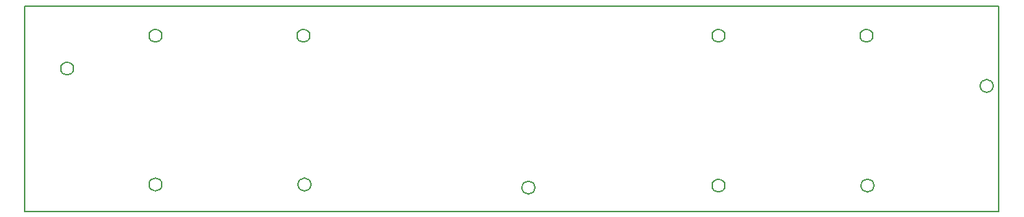
<source format=gbr>
G04 (created by PCBNEW (22-Jun-2014 BZR 4027)-stable) date Thu 28 Jun 2018 06:28:58 PM CST*
%MOIN*%
G04 Gerber Fmt 3.4, Leading zero omitted, Abs format*
%FSLAX34Y34*%
G01*
G70*
G90*
G04 APERTURE LIST*
%ADD10C,0.00393701*%
%ADD11C,0.00590551*%
G04 APERTURE END LIST*
G54D10*
G54D11*
X113966Y-96850D02*
G75*
G03X113966Y-96850I-316J0D01*
G74*
G01*
X136416Y-102650D02*
G75*
G03X136416Y-102650I-316J0D01*
G74*
G01*
X158716Y-97700D02*
G75*
G03X158716Y-97700I-316J0D01*
G74*
G01*
X145666Y-102550D02*
G75*
G03X145666Y-102550I-316J0D01*
G74*
G01*
X152916Y-102550D02*
G75*
G03X152916Y-102550I-316J0D01*
G74*
G01*
X152866Y-95250D02*
G75*
G03X152866Y-95250I-316J0D01*
G74*
G01*
X145666Y-95250D02*
G75*
G03X145666Y-95250I-316J0D01*
G74*
G01*
X118266Y-102500D02*
G75*
G03X118266Y-102500I-316J0D01*
G74*
G01*
X125516Y-102500D02*
G75*
G03X125516Y-102500I-316J0D01*
G74*
G01*
X125466Y-95250D02*
G75*
G03X125466Y-95250I-316J0D01*
G74*
G01*
X118266Y-95250D02*
G75*
G03X118266Y-95250I-316J0D01*
G74*
G01*
X111600Y-93800D02*
X111600Y-103800D01*
X159000Y-93800D02*
X111600Y-93800D01*
X159000Y-103800D02*
X159000Y-93800D01*
X111600Y-103800D02*
X159000Y-103800D01*
M02*

</source>
